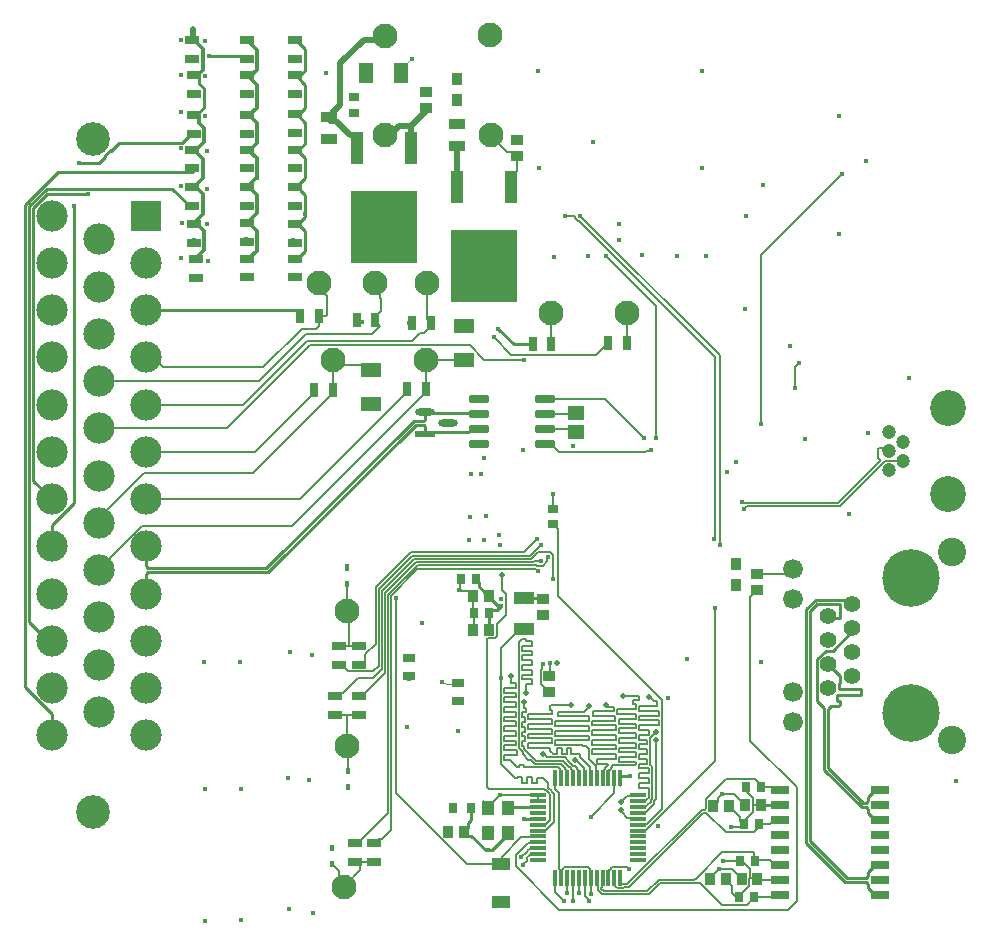
<source format=gbl>
G04*
G04 #@! TF.GenerationSoftware,Altium Limited,Altium Designer,22.11.1 (43)*
G04*
G04 Layer_Physical_Order=4*
G04 Layer_Color=16711680*
%FSLAX25Y25*%
%MOIN*%
G70*
G04*
G04 #@! TF.SameCoordinates,B9669DE6-A21E-4E6A-9EE2-FAEABAE17C55*
G04*
G04*
G04 #@! TF.FilePolarity,Positive*
G04*
G01*
G75*
%ADD14C,0.01000*%
%ADD20C,0.00600*%
%ADD24R,0.03937X0.03543*%
%ADD26R,0.04921X0.03150*%
%ADD27R,0.03150X0.04921*%
%ADD35R,0.03394X0.02894*%
%ADD43R,0.02985X0.03197*%
%ADD44R,0.03543X0.03937*%
%ADD49R,0.04134X0.03543*%
%ADD84C,0.10433*%
%ADD85C,0.11221*%
%ADD86R,0.10433X0.10433*%
%ADD94C,0.00400*%
%ADD95C,0.01968*%
%ADD97C,0.08268*%
%ADD98C,0.11957*%
%ADD99C,0.05512*%
%ADD100C,0.06614*%
%ADD101C,0.09449*%
%ADD102C,0.19193*%
%ADD103C,0.04724*%
%ADD104C,0.02000*%
%ADD105C,0.01772*%
%ADD121R,0.01575X0.01890*%
%ADD122R,0.05512X0.03740*%
G04:AMPARAMS|DCode=123|XSize=39.37mil|YSize=108.27mil|CornerRadius=1.97mil|HoleSize=0mil|Usage=FLASHONLY|Rotation=0.000|XOffset=0mil|YOffset=0mil|HoleType=Round|Shape=RoundedRectangle|*
%AMROUNDEDRECTD123*
21,1,0.03937,0.10433,0,0,0.0*
21,1,0.03543,0.10827,0,0,0.0*
1,1,0.00394,0.01772,-0.05217*
1,1,0.00394,-0.01772,-0.05217*
1,1,0.00394,-0.01772,0.05217*
1,1,0.00394,0.01772,0.05217*
%
%ADD123ROUNDEDRECTD123*%
G04:AMPARAMS|DCode=124|XSize=218.5mil|YSize=242.13mil|CornerRadius=2.19mil|HoleSize=0mil|Usage=FLASHONLY|Rotation=0.000|XOffset=0mil|YOffset=0mil|HoleType=Round|Shape=RoundedRectangle|*
%AMROUNDEDRECTD124*
21,1,0.21850,0.23776,0,0,0.0*
21,1,0.21413,0.24213,0,0,0.0*
1,1,0.00437,0.10707,-0.11888*
1,1,0.00437,-0.10707,-0.11888*
1,1,0.00437,-0.10707,0.11888*
1,1,0.00437,0.10707,0.11888*
%
%ADD124ROUNDEDRECTD124*%
%ADD125R,0.04331X0.05118*%
%ADD126R,0.02894X0.03394*%
%ADD127R,0.03740X0.03150*%
%ADD128R,0.06922X0.04551*%
%ADD129R,0.03937X0.03150*%
%ADD130R,0.04528X0.07087*%
G04:AMPARAMS|DCode=131|XSize=108.27mil|YSize=39.37mil|CornerRadius=1.97mil|HoleSize=0mil|Usage=FLASHONLY|Rotation=270.000|XOffset=0mil|YOffset=0mil|HoleType=Round|Shape=RoundedRectangle|*
%AMROUNDEDRECTD131*
21,1,0.10827,0.03543,0,0,270.0*
21,1,0.10433,0.03937,0,0,270.0*
1,1,0.00394,-0.01772,-0.05217*
1,1,0.00394,-0.01772,0.05217*
1,1,0.00394,0.01772,0.05217*
1,1,0.00394,0.01772,-0.05217*
%
%ADD131ROUNDEDRECTD131*%
G04:AMPARAMS|DCode=132|XSize=242.13mil|YSize=218.5mil|CornerRadius=2.19mil|HoleSize=0mil|Usage=FLASHONLY|Rotation=270.000|XOffset=0mil|YOffset=0mil|HoleType=Round|Shape=RoundedRectangle|*
%AMROUNDEDRECTD132*
21,1,0.24213,0.21413,0,0,270.0*
21,1,0.23776,0.21850,0,0,270.0*
1,1,0.00437,-0.10707,-0.11888*
1,1,0.00437,-0.10707,0.11888*
1,1,0.00437,0.10707,0.11888*
1,1,0.00437,0.10707,-0.11888*
%
%ADD132ROUNDEDRECTD132*%
G04:AMPARAMS|DCode=133|XSize=25.59mil|YSize=64.96mil|CornerRadius=1.92mil|HoleSize=0mil|Usage=FLASHONLY|Rotation=90.000|XOffset=0mil|YOffset=0mil|HoleType=Round|Shape=RoundedRectangle|*
%AMROUNDEDRECTD133*
21,1,0.02559,0.06112,0,0,90.0*
21,1,0.02175,0.06496,0,0,90.0*
1,1,0.00384,0.03056,0.01088*
1,1,0.00384,0.03056,-0.01088*
1,1,0.00384,-0.03056,-0.01088*
1,1,0.00384,-0.03056,0.01088*
%
%ADD133ROUNDEDRECTD133*%
%ADD134R,0.05709X0.05118*%
G04:AMPARAMS|DCode=135|XSize=65.17mil|YSize=23.72mil|CornerRadius=11.86mil|HoleSize=0mil|Usage=FLASHONLY|Rotation=0.000|XOffset=0mil|YOffset=0mil|HoleType=Round|Shape=RoundedRectangle|*
%AMROUNDEDRECTD135*
21,1,0.06517,0.00000,0,0,0.0*
21,1,0.04145,0.02372,0,0,0.0*
1,1,0.02372,0.02072,0.00000*
1,1,0.02372,-0.02072,0.00000*
1,1,0.02372,-0.02072,0.00000*
1,1,0.02372,0.02072,0.00000*
%
%ADD135ROUNDEDRECTD135*%
%ADD136R,0.06517X0.02372*%
%ADD137R,0.06496X0.02992*%
%ADD138R,0.01181X0.05807*%
%ADD139R,0.05807X0.01181*%
%ADD140R,0.06528X0.04156*%
%ADD141R,0.05906X0.03937*%
%ADD142R,0.03150X0.03543*%
%ADD143C,0.01008*%
%ADD144C,0.01181*%
D14*
X316940Y450798D02*
G03*
X318887Y452745I-3948J5895D01*
G01*
X351580Y484252D02*
X362599D01*
X364174Y482677D01*
X378315Y399606D02*
X378323Y399598D01*
X380815D01*
X381890Y398524D01*
Y397638D02*
Y398524D01*
X330709Y399606D02*
X378315D01*
X383676Y431647D02*
Y438077D01*
X382276Y429421D02*
X383541Y430686D01*
Y431487D01*
X380808Y429134D02*
X381095Y429421D01*
X383676Y431647D02*
X383688Y431634D01*
X381095Y429421D02*
X382276D01*
X383541Y431487D02*
X383688Y431634D01*
X448032Y393307D02*
X453150Y388189D01*
X459449D01*
X297649Y438189D02*
X311417D01*
X293096Y433636D02*
X297649Y438189D01*
X297555Y440075D02*
X339354D01*
X344783Y434646D01*
X291696Y434216D02*
X297555Y440075D01*
X299213Y327964D02*
X306693Y335444D01*
Y434252D01*
X299213Y320866D02*
Y327964D01*
X293096Y342731D02*
X299213Y336614D01*
X293096Y342731D02*
Y433636D01*
X290296Y273888D02*
Y434796D01*
Y273888D02*
X299213Y264972D01*
X291696Y295706D02*
X298031Y289370D01*
X290296Y434796D02*
X301276Y445776D01*
X291696Y295706D02*
Y434216D01*
X308279Y448819D02*
X314961D01*
X316940Y450798D01*
X345776Y445776D02*
X346456Y446456D01*
X301276Y445776D02*
X345776D01*
X342732Y455429D02*
X345571Y458268D01*
X321571Y455429D02*
X342732D01*
X318887Y452745D02*
X321571Y455429D01*
X345571Y458268D02*
X346457D01*
X298031Y289370D02*
X299213D01*
X344783Y434646D02*
X346457D01*
X299213Y257874D02*
Y264972D01*
X331294Y313692D02*
X370767D01*
X419897Y362822D01*
X423115D01*
X331294Y312292D02*
X371347D01*
X420477Y361422D02*
X423115D01*
X371347Y312292D02*
X420477Y361422D01*
X423701Y358264D02*
Y360836D01*
X423115Y361422D02*
X423701Y360836D01*
X423115Y362822D02*
X423701Y363408D01*
Y365745D01*
X423963Y365482D02*
X440990D01*
X441457Y365016D01*
X423701Y365745D02*
X423963Y365482D01*
X438709Y359236D02*
X439488Y360016D01*
X441457D01*
X438304Y359236D02*
X438709D01*
X427045Y359055D02*
X438123D01*
X438304Y359236D01*
X426940Y358950D02*
X427045Y359055D01*
X423701Y358264D02*
X424387Y358950D01*
X426940D01*
X330709Y305118D02*
Y311706D01*
X331294Y312292D01*
X330709Y314278D02*
Y320866D01*
Y314278D02*
X331294Y313692D01*
X381201Y416929D02*
X383676Y419404D01*
Y425872D01*
X380808Y428739D02*
X383676Y425872D01*
X380808Y428739D02*
Y429134D01*
X380315Y428346D02*
X380808Y428839D01*
Y429134D01*
Y440944D02*
Y440945D01*
Y440944D02*
X382276Y439476D01*
X382277D01*
X383676Y438077D01*
X382276Y476091D02*
Y476189D01*
X381202Y477165D02*
X381299D01*
X382276Y476189D01*
X383677Y467043D02*
Y474691D01*
X382276Y476091D02*
X383677Y474691D01*
X346273Y470866D02*
X346560Y471154D01*
X346063Y470866D02*
X346273D01*
X380808Y440945D02*
X383676Y443812D01*
Y450281D01*
X381201Y452756D02*
X383676Y450281D01*
X380315Y452756D02*
X381201D01*
X383676Y455231D01*
Y462092D01*
X381201Y464567D02*
X383676Y462092D01*
X380315Y416929D02*
X381201D01*
X380315Y464567D02*
X381201D01*
X383677Y467043D01*
X381202Y477165D02*
X383677Y479640D01*
Y486502D01*
X381202Y488976D02*
X383677Y486502D01*
X380316Y488976D02*
X381202D01*
X463075Y303823D02*
X463136D01*
X462998Y303746D02*
X463075Y303823D01*
X562075Y275218D02*
Y277683D01*
X561739Y275218D02*
X562075D01*
X561739Y273218D02*
Y275218D01*
Y273218D02*
X569013D01*
Y271218D02*
Y273218D01*
X560827Y271218D02*
X569013D01*
X560827Y269218D02*
Y271218D01*
Y269218D02*
X562075D01*
Y268718D02*
Y269218D01*
X551997Y222568D02*
Y299365D01*
X554355Y301723D02*
X561975D01*
X551997Y299365D02*
X554355Y301723D01*
X550597Y299945D02*
X553775Y303123D01*
X550597Y221989D02*
Y299945D01*
X553775Y303123D02*
X563485D01*
X436632Y225665D02*
Y225823D01*
Y225665D02*
X437904Y224394D01*
X439065D02*
X443788Y219671D01*
X437904Y224394D02*
X439065D01*
X443788Y219671D02*
X444427D01*
X444575Y219523D01*
X437904Y228768D02*
X438928Y229791D01*
X437904Y227095D02*
Y228768D01*
X436632Y225823D02*
X437904Y227095D01*
X438928Y229791D02*
Y233623D01*
X571179Y232019D02*
X573575Y229623D01*
X575327D01*
X571179Y237227D02*
X573575Y239623D01*
X575327D01*
X535532Y234623D02*
X541823D01*
X573575Y204623D02*
X575327D01*
X571179Y207019D02*
X573575Y204623D01*
Y214623D02*
X575327D01*
X571179Y212227D02*
X573575Y214623D01*
X558083Y297739D02*
X558898Y296923D01*
X561975D01*
Y301723D01*
X551997Y222568D02*
X564243Y210323D01*
X570593D01*
X571179Y210909D01*
Y212227D01*
X564854Y301754D02*
X566075D01*
X563485Y303123D02*
X564854Y301754D01*
X550597Y221989D02*
X563663Y208923D01*
X570593D01*
X571179Y208337D01*
Y207019D02*
Y208337D01*
X562075Y268414D02*
Y268718D01*
X561489Y267829D02*
X562075Y268414D01*
X559081Y267829D02*
X561489D01*
X558083Y266831D02*
X559081Y267829D01*
X558083Y247005D02*
Y266831D01*
Y247005D02*
X569765Y235323D01*
X570593D01*
X571179Y235909D01*
Y237227D01*
X566075Y292529D02*
Y293723D01*
X559597Y286051D02*
X566075Y292529D01*
X557288Y286051D02*
X559597D01*
X554427Y283190D02*
X557288Y286051D01*
X554427Y269271D02*
Y283190D01*
Y269271D02*
X556683Y267015D01*
Y246425D02*
Y267015D01*
Y246425D02*
X569185Y233923D01*
X570593D01*
X571179Y233337D01*
Y232019D02*
Y233337D01*
X444723Y219671D02*
X445798D01*
X451223Y225095D01*
X444575Y219523D02*
X444723Y219671D01*
X558083Y281676D02*
X562075Y277683D01*
X456575Y303746D02*
X462998D01*
X488792Y244423D02*
X491975D01*
X488702Y244332D02*
X488792Y244423D01*
X488702Y241495D02*
Y244332D01*
X456622Y230076D02*
X461190D01*
X456575Y230123D02*
X456622Y230076D01*
X451479Y234013D02*
X461190D01*
X451223Y233757D02*
X451479Y234013D01*
X448866Y301123D02*
X448989D01*
X445836Y299722D02*
X447465D01*
X444843Y298623D02*
Y298729D01*
X445836Y299722D01*
X444790Y304126D02*
Y304323D01*
Y304126D02*
X447793Y301123D01*
X448866D01*
X443518Y305791D02*
X444790Y304520D01*
X441503Y307610D02*
X443321Y305791D01*
X443518D01*
X440543Y309923D02*
X441503Y308963D01*
Y307610D02*
Y308963D01*
X444843Y293312D02*
Y298623D01*
X444790Y304323D02*
X445475Y305008D01*
X444843Y293312D02*
X445032Y293123D01*
X444790Y304323D02*
Y304520D01*
X447465Y299722D02*
X448866Y301123D01*
X451223Y225095D02*
Y225489D01*
D20*
X456693Y318898D02*
X461024Y323228D01*
X418898Y318898D02*
X456693D01*
X407205Y307205D02*
X418898Y318898D01*
X458661Y317717D02*
X462205Y321260D01*
X459076Y316717D02*
X461368Y319009D01*
X460713Y314717D02*
X460974Y314456D01*
X409205Y306055D02*
X419866Y316717D01*
X408205Y306630D02*
X419291Y317717D01*
X411205Y304767D02*
X421154Y314717D01*
X459490Y315717D02*
X459915Y316142D01*
X419866Y316717D02*
X459076D01*
X420740Y315717D02*
X459490D01*
X419291Y317717D02*
X458661D01*
X410205Y305181D02*
X420740Y315717D01*
X421154Y314717D02*
X460713D01*
X461100Y312598D02*
X461417D01*
X449375Y306382D02*
Y311326D01*
X421069Y313217D02*
X460481D01*
X460974Y314456D02*
X462903D01*
X412205Y304353D02*
X421069Y313217D01*
X460481D02*
X461100Y312598D01*
X449375Y311326D02*
X449382Y311333D01*
X462903Y314456D02*
X464343Y315896D01*
X459915Y316142D02*
X462205D01*
X400675Y215757D02*
X406693D01*
X424274Y398936D02*
Y408526D01*
X424409Y408661D01*
X424274Y398936D02*
X424316Y398895D01*
Y396550D02*
Y398895D01*
Y396550D02*
X425591Y395276D01*
X407087Y395571D02*
Y397342D01*
X409055Y399311D02*
Y403328D01*
X408554Y403829D02*
X409055Y403328D01*
X408554Y403829D02*
Y407194D01*
X407087Y408661D02*
X408554Y407194D01*
X407087Y397342D02*
X409055Y399311D01*
X407087Y395571D02*
X408465Y394193D01*
X406004Y391732D02*
X408465Y394193D01*
X383858Y391732D02*
X406004D01*
X368110Y375984D02*
X383858Y391732D01*
X314961Y375984D02*
X368110D01*
X388189Y397638D02*
X390664D01*
X391015Y397989D01*
Y404369D01*
X388224Y407160D02*
X391015Y404369D01*
X388224Y407160D02*
Y408697D01*
X382470Y393493D02*
X387405D01*
X388189Y394277D01*
Y397638D01*
X369740Y380764D02*
X382470Y393493D01*
X336264Y380764D02*
X369740D01*
X333170Y383858D02*
X336264Y380764D01*
X330709Y383858D02*
X333170D01*
X422074Y392055D02*
X423255D01*
X425591Y394390D01*
Y395276D01*
X419390Y389370D02*
X422074Y392055D01*
X384252Y389370D02*
X419390D01*
X362992Y368110D02*
X384252Y389370D01*
X330709Y368110D02*
X362992D01*
X385149Y387905D02*
X438507D01*
X357480Y360236D02*
X385149Y387905D01*
X314961Y360236D02*
X357480D01*
X480638Y384646D02*
X484575Y388583D01*
X452362Y384646D02*
X480638D01*
X490874Y388583D02*
Y398819D01*
X446457Y390551D02*
X452362Y384646D01*
X483858Y417717D02*
X500575Y401000D01*
Y359323D02*
Y401000D01*
X474499Y429417D02*
X474914D01*
X520275Y323409D02*
Y384056D01*
X474914Y429417D02*
X520275Y384056D01*
X521775Y321323D02*
Y384524D01*
X473511Y430404D02*
X474499Y429417D01*
X475197Y431102D02*
X521775Y384524D01*
X473511Y430404D02*
Y430751D01*
X473160Y431102D02*
X473511Y430751D01*
X470181Y431102D02*
X473160D01*
X500575Y359323D02*
X500761Y359136D01*
Y357088D02*
Y359136D01*
X468323Y352362D02*
X496990D01*
X497391Y352764D02*
X498851D01*
X496990Y352362D02*
X497391Y352764D01*
X498851D02*
X499076Y352988D01*
X413891Y238520D02*
Y303543D01*
Y238520D02*
X437449Y214961D01*
X448819D01*
X443341Y383071D02*
X456388D01*
X456498Y382960D01*
X438507Y387905D02*
X443341Y383071D01*
X367028Y352362D02*
X386614Y371949D01*
X330709Y352362D02*
X367028D01*
X386614Y371949D02*
Y372835D01*
X329921Y345276D02*
X366240D01*
X314961Y328740D02*
Y330315D01*
X329921Y345276D01*
X330709Y336614D02*
X381988D01*
X417717Y372342D01*
Y373228D01*
X366240Y345276D02*
X392913Y371949D01*
Y372835D02*
Y373622D01*
Y371949D02*
Y372835D01*
X379413Y327740D02*
X424016Y372342D01*
X314961Y313485D02*
X329215Y327740D01*
X379413D01*
X424016Y374016D02*
X424409Y373622D01*
X314961Y312992D02*
Y313485D01*
X424016Y372342D02*
Y373228D01*
X392913Y373622D02*
X392913Y373622D01*
X392913Y373622D02*
Y383071D01*
X397638Y299213D02*
Y308425D01*
X402461Y270866D02*
X410205Y278610D01*
X401575Y270866D02*
X402461D01*
X408205Y281039D02*
Y306630D01*
X407205Y288400D02*
Y307205D01*
X403735Y284930D02*
X407205Y288400D01*
X409205Y280071D02*
Y306055D01*
X406387Y279221D02*
X408205Y281039D01*
X410205Y278610D02*
Y305181D01*
X406299Y277165D02*
X409205Y280071D01*
X398042Y279221D02*
X406387D01*
X401181Y277165D02*
X406299D01*
X403735Y282771D02*
Y284930D01*
X402461Y281496D02*
X403735Y282771D01*
X412205Y226378D02*
Y304353D01*
X411205Y231981D02*
Y304767D01*
X406693Y222056D02*
X407968Y223331D01*
X409158D01*
X412205Y226378D01*
X401280Y222056D02*
X411205Y231981D01*
X401575Y281496D02*
X402461D01*
X394882D02*
X395768D01*
X398042Y279221D01*
X396157Y272141D02*
X401181Y277165D01*
X394976Y272141D02*
X396157D01*
X393701Y270866D02*
X394976Y272141D01*
X464343Y317099D02*
X464567Y317323D01*
X464343Y315896D02*
Y317099D01*
X401950Y212982D02*
Y214482D01*
X400675Y215757D02*
X401950Y214482D01*
X396457Y207489D02*
X401950Y212982D01*
X466142Y309842D02*
X466253Y309953D01*
Y318021D01*
X465265Y319009D02*
X466253Y318021D01*
X461368Y319009D02*
X465265D01*
X397638Y264567D02*
X401575D01*
X393701D02*
X397638D01*
Y254331D02*
Y264567D01*
X397835Y246102D02*
X398031Y245905D01*
X397835Y246102D02*
Y254134D01*
X397638Y254331D02*
X397835Y254134D01*
X464961Y387795D02*
X465748Y388583D01*
Y398819D01*
X445472Y457677D02*
X450792Y452357D01*
X452662D01*
X454134Y450886D01*
X454331D01*
Y446102D02*
Y450886D01*
X452323Y440650D02*
Y444095D01*
X454331Y446102D01*
X400394Y222056D02*
X401280D01*
X392618Y214970D02*
Y215127D01*
Y214970D02*
X395065Y212523D01*
Y208881D02*
Y212523D01*
Y208881D02*
X396457Y207489D01*
X424016Y374016D02*
Y383071D01*
X392913D02*
X394380Y381604D01*
X396991D01*
X403646Y381496D02*
X405512Y379630D01*
X396991Y381604D02*
X397099Y381496D01*
X403646D01*
X436614Y383071D02*
X436614Y383071D01*
X424016Y383071D02*
X436614D01*
X465669Y355016D02*
X468323Y352362D01*
X463701Y355016D02*
X465669D01*
X463701Y370016D02*
X483528D01*
X496457Y357087D01*
X466142Y338189D02*
X466173Y338158D01*
Y333344D02*
Y338158D01*
X473559Y359386D02*
Y359386D01*
X473821Y359648D01*
X472929Y360016D02*
X473559Y359386D01*
X473879Y359066D01*
Y365365D02*
X474005D01*
X473529Y365016D02*
X473879Y365365D01*
X397638Y299213D02*
X398228Y298622D01*
Y287795D02*
X401575D01*
X394882D02*
X398228D01*
Y298622D01*
X434975Y306223D02*
X435375Y306623D01*
X520089Y323223D02*
X520275Y323409D01*
X449375Y306382D02*
X450675Y305082D01*
X466667Y327970D02*
X467843Y326794D01*
Y304254D02*
X502475Y269623D01*
X467843Y304254D02*
Y326794D01*
X466175Y327970D02*
X466667D01*
X522975Y216123D02*
X528522D01*
X528622Y216223D02*
X529114Y215731D01*
X528522Y216123D02*
X528622Y216223D01*
X529114Y215731D02*
X529522D01*
X528546Y229199D02*
Y230713D01*
X517246Y232164D02*
X523856Y225554D01*
X535428Y228223D02*
X538671D01*
X523856Y225554D02*
X533251D01*
X535428Y227731D01*
Y228223D01*
X529922Y240131D02*
Y240623D01*
Y240131D02*
X532889Y237164D01*
X463701Y365016D02*
X473529D01*
X463701Y360016D02*
X472929D01*
X449367Y215509D02*
Y217478D01*
X448819Y214961D02*
X449367Y215509D01*
Y217478D02*
X455769Y223880D01*
X460899D01*
X461190Y224170D01*
X546850Y373622D02*
Y380598D01*
X530142Y335273D02*
X561404D01*
X530912Y334273D02*
X561818D01*
X529345Y335753D02*
X529662D01*
X529975Y333423D02*
X530062D01*
X530912Y334273D01*
X529662Y335753D02*
X530142Y335273D01*
X561818Y334273D02*
X576882Y349336D01*
X561404Y335273D02*
X575316Y349184D01*
X546850Y380598D02*
X548375Y382123D01*
X535575Y361887D02*
Y418098D01*
X535511Y361823D02*
X535575Y361887D01*
X490904Y237736D02*
X494347D01*
X494560Y237950D01*
X488875Y235707D02*
X490904Y237736D01*
X478775Y230823D02*
X486733Y238781D01*
X462651Y280086D02*
Y281510D01*
X462863Y281723D01*
X456375Y214523D02*
Y214840D01*
X457447Y215913D01*
Y217038D01*
X457996Y217587D01*
X458199D01*
X458877Y218265D01*
X461190D01*
X470168Y250523D02*
X471538Y249153D01*
Y249153D02*
Y249153D01*
Y249153D02*
X472908Y247783D01*
X473462D02*
X474244Y247001D01*
X472908Y247783D02*
X473462D01*
X465135Y277841D02*
Y282138D01*
X486575Y266018D02*
Y266946D01*
X479676Y266018D02*
X486575D01*
X479676Y264418D02*
Y266018D01*
Y264418D02*
X486780D01*
Y262818D02*
Y264418D01*
X479299Y262818D02*
X486780D01*
X479299Y261218D02*
Y262818D01*
Y261218D02*
X487145D01*
Y259618D02*
Y261218D01*
X479299Y259618D02*
X487145D01*
X479299Y258018D02*
Y259618D01*
Y258018D02*
X487145D01*
Y256418D02*
Y258018D01*
X479299Y256418D02*
X487145D01*
X479299Y254818D02*
Y256418D01*
Y254818D02*
X487145D01*
Y253218D02*
Y254818D01*
X479299Y253218D02*
X487145D01*
X479299Y251618D02*
Y253218D01*
Y251618D02*
X487145D01*
Y250018D02*
Y251618D01*
X481094Y250018D02*
X487145D01*
X481094Y248418D02*
Y250018D01*
Y248418D02*
X484539D01*
Y248067D02*
Y248418D01*
X484239Y247766D02*
X484539Y248067D01*
X498504Y270693D02*
X499775Y269423D01*
Y269284D02*
Y269423D01*
Y269284D02*
X500831D01*
Y267684D02*
Y269284D01*
X494844Y267684D02*
X500831D01*
X494844Y266084D02*
Y267684D01*
Y266084D02*
X501475D01*
Y264484D02*
Y266084D01*
X494844Y264484D02*
X501475D01*
X494844Y262884D02*
Y264484D01*
Y262884D02*
X501475D01*
Y261284D02*
Y262884D01*
X494844Y261284D02*
X501475D01*
X494844Y259684D02*
Y261284D01*
Y259684D02*
X498222D01*
Y258084D02*
Y259684D01*
X494844Y258084D02*
X498222D01*
X494844Y256484D02*
Y258084D01*
Y256484D02*
X497706D01*
Y254884D02*
Y256484D01*
X494844Y254884D02*
X497706D01*
X494844Y253284D02*
Y254884D01*
Y253284D02*
X497706D01*
Y251684D02*
Y253284D01*
X494844Y251684D02*
X497706D01*
X494844Y250084D02*
Y251684D01*
Y250084D02*
X497706D01*
Y248484D02*
Y250084D01*
X494844Y248484D02*
X497706D01*
X494844Y246884D02*
Y248484D01*
Y246884D02*
X498163D01*
Y245284D02*
Y246884D01*
X494844Y245284D02*
X498163D01*
X494844Y243684D02*
Y245284D01*
Y243684D02*
X498163D01*
Y242084D02*
Y243684D01*
X494844Y242084D02*
X498163D01*
X494844Y240484D02*
Y242084D01*
Y240484D02*
X498163D01*
Y238884D02*
Y240484D01*
X498110Y238884D02*
X498163D01*
X498110D02*
X498163Y238830D01*
Y237069D02*
Y238830D01*
X498078Y236984D02*
X498163Y237069D01*
X494844Y269824D02*
Y270473D01*
X492852Y269824D02*
X494844D01*
X492852Y268224D02*
Y269824D01*
Y268224D02*
X493844D01*
Y266624D02*
Y268224D01*
X487575Y266624D02*
X493844D01*
X487575Y265024D02*
Y266624D01*
Y265024D02*
X493844D01*
Y263424D02*
Y265024D01*
X488145Y263424D02*
X493844D01*
X488145Y261824D02*
Y263424D01*
Y261824D02*
X493844D01*
Y260224D02*
Y261824D01*
X488145Y260224D02*
X493844D01*
X488145Y258624D02*
Y260224D01*
Y258624D02*
X493844D01*
Y257024D02*
Y258624D01*
X488145Y257024D02*
X493844D01*
X488145Y255424D02*
Y257024D01*
Y255424D02*
X493844D01*
Y253824D02*
Y255424D01*
X488145Y253824D02*
X493844D01*
X488145Y252224D02*
Y253824D01*
Y252224D02*
X493844D01*
Y250624D02*
Y252224D01*
X488145Y250624D02*
X493844D01*
X488145Y249024D02*
Y250624D01*
Y249024D02*
X493844D01*
Y248724D02*
Y249024D01*
X457375Y272123D02*
Y274931D01*
X459174D01*
Y276531D01*
X456075D02*
X459174D01*
X456075D02*
Y278131D01*
X459180D01*
Y279731D01*
X456075D02*
X459180D01*
X456075D02*
Y281331D01*
X459180D01*
Y282931D01*
X456075D02*
X459180D01*
X456075D02*
Y284531D01*
X459180D01*
Y286131D01*
X456075D02*
X459180D01*
X456075D02*
Y287731D01*
X459180D01*
Y289331D01*
X457375D02*
X459180D01*
X457375D02*
Y289631D01*
X478207Y267428D02*
Y267758D01*
X476567Y265789D02*
X478207Y267428D01*
X467815Y265789D02*
X476567D01*
X467815Y264189D02*
Y265789D01*
Y264189D02*
X478299D01*
Y262589D02*
Y264189D01*
X466916Y262589D02*
X478299D01*
X466916Y260988D02*
Y262589D01*
Y260988D02*
X478299D01*
Y259388D02*
Y260988D01*
X466916Y259388D02*
X478299D01*
X466916Y257788D02*
Y259388D01*
Y257788D02*
X478299D01*
Y256189D02*
Y257788D01*
X466916Y256189D02*
X478299D01*
X466916Y254589D02*
Y256189D01*
Y254589D02*
X476175D01*
Y254288D02*
Y254589D01*
X456759Y267117D02*
Y269023D01*
Y267117D02*
X457299D01*
Y265517D02*
Y267117D01*
X455875Y265517D02*
X457299D01*
X455875Y263917D02*
Y265517D01*
Y263917D02*
X457075D01*
Y262317D02*
Y263917D01*
X455875Y262317D02*
X457075D01*
X455875Y260717D02*
Y262317D01*
Y260717D02*
X457075D01*
Y259117D02*
Y260717D01*
X455875Y259117D02*
X457075D01*
X455875Y257517D02*
Y259117D01*
Y257517D02*
X457075D01*
Y255917D02*
Y257517D01*
X455875Y255917D02*
X457075D01*
X455875Y254317D02*
Y255917D01*
Y254317D02*
X456759D01*
Y254016D02*
Y254317D01*
X452175Y275355D02*
Y277523D01*
Y275355D02*
X453875D01*
Y273755D02*
Y275355D01*
X450029Y273755D02*
X453875D01*
X450029Y272155D02*
Y273755D01*
Y272155D02*
X453875D01*
Y270555D02*
Y272155D01*
X450029Y270555D02*
X453875D01*
X450029Y268955D02*
Y270555D01*
Y268955D02*
X453875D01*
Y267355D02*
Y268955D01*
X450029Y267355D02*
X453875D01*
X450029Y265755D02*
Y267355D01*
Y265755D02*
X453875D01*
Y264155D02*
Y265755D01*
X450029Y264155D02*
X453875D01*
X450029Y262555D02*
Y264155D01*
Y262555D02*
X453875D01*
Y260955D02*
Y262555D01*
X450029Y260955D02*
X453875D01*
X450029Y259355D02*
Y260955D01*
Y259355D02*
X453875D01*
Y257755D02*
Y259355D01*
X450029Y257755D02*
X453875D01*
X450029Y256155D02*
Y257755D01*
Y256155D02*
X453875D01*
Y254555D02*
Y256155D01*
X450029Y254555D02*
X453875D01*
X450029Y252955D02*
Y254555D01*
Y252955D02*
X454317D01*
Y251355D02*
Y252955D01*
X450029Y251355D02*
X454317D01*
X450029Y249755D02*
Y251355D01*
Y249755D02*
X452175D01*
Y249455D02*
Y249755D01*
X456575Y247411D02*
X457775D01*
X456575D02*
Y248075D01*
X454975D02*
X456575D01*
X454975Y247411D02*
Y248075D01*
X454675Y247411D02*
X454975D01*
X453875Y243623D02*
X454375D01*
Y244086D01*
X455975D01*
Y242123D02*
Y244086D01*
Y242123D02*
X457575D01*
Y244086D01*
X459175D01*
Y242123D02*
Y244086D01*
Y242123D02*
X460775D01*
Y243623D01*
X461075D01*
X465391Y267756D02*
X465669Y268034D01*
X465391Y266485D02*
Y267756D01*
Y266485D02*
X465958D01*
Y264885D02*
Y266485D01*
X458075Y264885D02*
X465958D01*
X458075Y263285D02*
Y264885D01*
Y263285D02*
X465916D01*
Y261685D02*
Y263285D01*
X458075Y261685D02*
X465916D01*
X458075Y260085D02*
Y261685D01*
Y260085D02*
X465916D01*
Y258485D02*
Y260085D01*
X458075Y258485D02*
X465916D01*
X458075Y256885D02*
Y258485D01*
Y256885D02*
X465916D01*
Y255285D02*
Y256885D01*
X458075Y255285D02*
X465916D01*
X458075Y253685D02*
Y255285D01*
Y253685D02*
X465337D01*
Y253385D02*
Y253685D01*
X465789Y252183D02*
X466267Y251704D01*
X467622D01*
Y253589D01*
X469222D01*
Y251523D02*
Y253589D01*
Y251523D02*
X470822D01*
Y253589D01*
X472422D01*
Y251552D02*
Y253589D01*
Y251552D02*
X474022D01*
Y251704D01*
X474322D01*
X463075Y243623D02*
X464699Y241999D01*
X461075Y243623D02*
X463075D01*
X464699Y240339D02*
Y241999D01*
Y240339D02*
X465793Y239244D01*
X453675Y243623D02*
X453875D01*
X449029Y248269D02*
X453675Y243623D01*
X449029Y248269D02*
Y277023D01*
X444875Y240123D02*
X463361D01*
X464243Y239240D01*
X444275Y240723D02*
X444875Y240123D01*
X449029Y277023D02*
Y287140D01*
X466475Y228923D02*
Y238423D01*
X464383Y226817D02*
X464793Y227227D01*
X464368Y226817D02*
X464383D01*
X464793Y227227D02*
Y227241D01*
X466475Y228923D01*
X461480Y226429D02*
X463981D01*
X461190Y226139D02*
X461480Y226429D01*
X463981D02*
X464368Y226817D01*
X465793Y239104D02*
X466475Y238423D01*
X465793Y239104D02*
Y239244D01*
X464793Y238690D02*
X465375Y238109D01*
X464050Y228398D02*
X465375Y229723D01*
Y238109D01*
X461480Y228398D02*
X464050D01*
X461190Y228107D02*
X461480Y228398D01*
X464793Y238690D02*
Y238830D01*
X464383Y239240D02*
X464793Y238830D01*
X464243Y239240D02*
X464383D01*
X529117Y209923D02*
Y210120D01*
X525788Y213449D02*
X529117Y210120D01*
X521625Y213449D02*
X525788D01*
X521625Y213227D02*
Y213449D01*
X518617Y210220D02*
X521625Y213227D01*
X518617Y210023D02*
Y210220D01*
X497761Y205834D02*
X501450Y209523D01*
X501864Y208523D02*
X515387D01*
X522456Y201454D01*
X498175Y204834D02*
X501864Y208523D01*
X513387Y209523D02*
X514136Y210271D01*
X501450Y209523D02*
X513387D01*
X514136Y210271D02*
Y210271D01*
X522756Y218891D01*
X482312Y206634D02*
Y207155D01*
X480828Y210438D02*
X481118Y210147D01*
X533028Y203631D02*
Y204123D01*
X541323D02*
X541823Y204623D01*
X481118Y207349D02*
Y210147D01*
X522456Y201454D02*
X530851D01*
X533028Y203631D01*
X483112Y205834D02*
X497761D01*
X481312Y206220D02*
Y207155D01*
X481118Y207349D02*
X481312Y207155D01*
Y206220D02*
X482698Y204834D01*
X498175D01*
X482312Y206634D02*
X483112Y205834D01*
X482506Y207349D02*
Y210147D01*
X533028Y204123D02*
X541323D01*
X482312Y207155D02*
X482506Y207349D01*
Y210147D02*
X482796Y210438D01*
X487821Y206834D02*
X489582D01*
X486733Y208125D02*
Y210438D01*
Y208125D02*
X487411Y207447D01*
Y207244D02*
X487821Y206834D01*
X490071Y207323D02*
X491485D01*
X488992Y208323D02*
X491071D01*
X487411Y207244D02*
Y207447D01*
X489582Y206834D02*
X490071Y207323D01*
X534528Y216223D02*
X538471D01*
X540071Y214623D02*
X541823D01*
X538471Y216223D02*
X540071Y214623D01*
X533251Y218891D02*
X533351Y218791D01*
Y217399D02*
Y218791D01*
Y217399D02*
X534528Y216223D01*
X522756Y218891D02*
X533251D01*
X529522Y215731D02*
X531789Y213464D01*
Y210223D02*
Y213464D01*
X527122Y204123D02*
X528222Y205222D01*
X529147D01*
X531589Y207664D01*
Y210023D02*
X531789Y210223D01*
X531589Y207664D02*
Y210023D01*
X523932Y209826D02*
X525946Y207813D01*
Y205299D02*
Y207813D01*
Y205299D02*
X527122Y204123D01*
X523932Y209826D02*
Y210023D01*
X540071Y229623D02*
X541823D01*
X538671Y228223D02*
X540071Y229623D01*
X535828Y240623D02*
X540823D01*
X541823Y239623D01*
X534732Y209623D02*
X541823D01*
X534432Y209923D02*
X534732Y209623D01*
X528622Y227323D02*
X529522Y228223D01*
X525675Y227323D02*
X528622D01*
X517246Y233516D02*
Y236681D01*
X516894Y233164D02*
X517246Y233516D01*
X516326Y232164D02*
X517246D01*
X491485Y207323D02*
X516326Y232164D01*
X515912Y233164D02*
X516894D01*
X491071Y208323D02*
X515912Y233164D01*
X465075Y277780D02*
X465135Y277841D01*
X435375Y306623D02*
X435575Y306423D01*
Y306340D02*
Y306423D01*
X435375Y306623D02*
Y309691D01*
X435606Y309923D01*
X467061Y205522D02*
Y209843D01*
Y205522D02*
X469775Y202809D01*
X466757Y210147D02*
X467048Y210438D01*
X466757Y210147D02*
X467061Y209843D01*
X476933Y204316D02*
Y210396D01*
X478375Y202809D02*
Y202874D01*
X476933Y204316D02*
X478375Y202874D01*
X476891Y210438D02*
X476933Y210396D01*
X472964Y202819D02*
Y210427D01*
Y202819D02*
X472975Y202809D01*
X472954Y210438D02*
X472964Y210427D01*
X521103Y235808D02*
Y236851D01*
X519717Y234423D02*
X521103Y235808D01*
Y236851D02*
X522575Y238323D01*
X526714D01*
X530217Y234820D01*
X490856Y214041D02*
X491475Y213423D01*
X485853Y214041D02*
X490856D01*
X455710Y217251D02*
X457586Y219127D01*
Y219145D02*
X457996Y219555D01*
X458014D01*
X458402Y219942D02*
X460899D01*
X457586Y219127D02*
Y219145D01*
X460899Y219942D02*
X461190Y220233D01*
X458014Y219555D02*
X458402Y219942D01*
X453875Y214223D02*
X468275Y199823D01*
X453875Y214223D02*
Y217953D01*
X468275Y199823D02*
X544675D01*
X460939Y221951D02*
X461190Y222202D01*
X453875Y217953D02*
X457873Y221951D01*
X460939D01*
X534080Y306365D02*
X534375D01*
X532608Y304894D02*
X534080Y306365D01*
X532608Y304598D02*
Y304894D01*
X531975Y256123D02*
Y303965D01*
X532608Y304598D01*
X531975Y256123D02*
X547575Y240523D01*
Y202723D02*
Y240523D01*
X544675Y199823D02*
X547575Y202723D01*
X497753Y226817D02*
X520275Y249338D01*
Y300423D01*
X497163Y226465D02*
X497515Y226817D01*
X494560Y226139D02*
X496873D01*
X497163Y226429D01*
Y226465D01*
X497515Y226817D02*
X497753D01*
X544762Y313176D02*
X546390D01*
X543267Y311680D02*
X544762Y313176D01*
X534375Y311680D02*
X543267D01*
X461190Y235981D02*
Y237950D01*
X448526D02*
X461190D01*
X444727Y234150D02*
X448526Y237950D01*
X444727Y233757D02*
Y234150D01*
X574540Y353336D02*
X574891Y353688D01*
X574540Y350458D02*
Y353336D01*
Y350458D02*
X575316Y349682D01*
X574891Y353688D02*
X575920D01*
X577034Y352573D01*
X578150D01*
X575316Y349184D02*
Y349682D01*
X582149Y349336D02*
X582556Y349743D01*
X576882Y349336D02*
X582149D01*
X582556Y349743D02*
X582875Y349424D01*
X485442Y213429D02*
Y213631D01*
X484765Y212751D02*
X485442Y213429D01*
X484765Y210438D02*
Y212751D01*
X485442Y213631D02*
X485853Y214041D01*
X535828Y240623D02*
Y241115D01*
X517246Y236681D02*
X523856Y243291D01*
X533651D02*
X535828Y241115D01*
X523856Y243291D02*
X533651D01*
X488702Y208613D02*
X488992Y208323D01*
X488702Y208613D02*
Y210438D01*
X528546Y229199D02*
X529522Y228223D01*
X534132Y210223D02*
X534432Y209923D01*
X531789Y210223D02*
X534132D01*
X532889Y234723D02*
Y237164D01*
Y232281D02*
Y234723D01*
X535432D02*
X535532Y234623D01*
X532889Y234723D02*
X535432D01*
X525032Y234226D02*
X528546Y230713D01*
X525032Y234226D02*
Y234423D01*
X530698Y230091D02*
X532889Y232281D01*
X530698Y229399D02*
Y230091D01*
X529522Y228223D02*
X530698Y229399D01*
X530217Y234623D02*
Y234820D01*
X449029Y287140D02*
X455389Y293500D01*
X456575D01*
X454875Y253811D02*
Y289071D01*
X455775Y289971D02*
X457034D01*
X454875Y289071D02*
X455775Y289971D01*
X457034D02*
X457375Y289631D01*
X444275Y240723D02*
Y290103D01*
X462787Y251801D02*
X462918D01*
X464196Y250523D01*
X470168D01*
X469663Y249411D02*
X471663Y247411D01*
X467929D02*
X468726Y246614D01*
Y244098D02*
X469017Y243808D01*
X460689Y249411D02*
X469663D01*
X460275Y248411D02*
X468897D01*
X457775Y247411D02*
X467929D01*
X468897Y248411D02*
X470307Y247001D01*
X468726Y244098D02*
Y246614D01*
X454875Y253811D02*
X456225Y252461D01*
X458925Y249761D02*
X460275Y248411D01*
X456225Y251573D02*
Y252461D01*
X458036Y249761D02*
X458925D01*
X456225Y251573D02*
X458036Y249761D01*
X456759Y253341D02*
X460689Y249411D01*
X465391Y267756D02*
X465659Y268023D01*
X472375D01*
X475293Y250732D02*
X478766Y247260D01*
X474322Y251704D02*
X474942D01*
X475293Y250732D02*
Y251353D01*
X474942Y251704D02*
X475293Y251353D01*
X478766Y243901D02*
X478859Y243808D01*
X478766Y243901D02*
Y247260D01*
X478257Y249840D02*
Y253340D01*
Y249840D02*
X480537Y247561D01*
X454219Y247411D02*
X454675D01*
X452175Y249455D02*
X454219Y247411D01*
X456759Y253341D02*
Y254016D01*
X470307Y246799D02*
Y247001D01*
Y246799D02*
X470985Y246121D01*
Y243808D02*
Y246121D01*
X447504Y294875D02*
X450675Y298045D01*
X447094Y290454D02*
X447504Y290864D01*
Y294875D01*
X444275Y290103D02*
X444626Y290454D01*
X447094D01*
X465337Y252534D02*
Y253385D01*
Y252534D02*
X465689Y252183D01*
X465789D01*
X471866Y247411D02*
X472276Y247001D01*
X471663Y247411D02*
X471866D01*
X476600Y244098D02*
X476891Y243808D01*
X476600Y244098D02*
Y246893D01*
X473826Y249668D02*
X476600Y246893D01*
X474244Y246799D02*
Y247001D01*
X473688Y249668D02*
X473826D01*
X476175Y254288D02*
X477309D01*
X478257Y253340D01*
X478207Y267758D02*
Y267807D01*
X480537Y244098D02*
Y247561D01*
X472276Y246799D02*
Y247001D01*
X472954Y243808D02*
Y246121D01*
X472276Y246799D02*
X472954Y246121D01*
X480537Y244098D02*
X480828Y243808D01*
X483474Y246763D02*
Y247001D01*
X484239Y247766D01*
X494844Y270473D02*
Y270771D01*
X493844Y248274D02*
Y248724D01*
X489575Y271123D02*
X494492D01*
X494844Y270771D01*
X486364Y247923D02*
X493492D01*
X493844Y248274D01*
X497753Y236659D02*
X498078Y236984D01*
X498375Y270823D02*
X498504Y270693D01*
X498706Y257154D02*
X500575Y259023D01*
X498706Y248086D02*
Y257154D01*
X500591Y236668D02*
Y256374D01*
X497450Y228398D02*
X502475Y233423D01*
Y269623D01*
X494850Y228398D02*
X497450D01*
X498875Y235812D02*
Y236366D01*
X499163Y236655D02*
Y247629D01*
X497753Y232722D02*
X499875Y234843D01*
X498875Y236366D02*
X499163Y236655D01*
X499875Y235952D02*
X500591Y236668D01*
X497753Y234690D02*
X498875Y235812D01*
X498706Y248086D02*
X499163Y247629D01*
X499875Y234843D02*
Y235952D01*
X468339Y213429D02*
Y238714D01*
X467048Y240004D02*
Y243808D01*
Y240004D02*
X468339Y238714D01*
X483122Y246411D02*
X483474Y246763D01*
X484700Y267298D02*
X486223D01*
X486575Y266946D01*
X484075Y267923D02*
X484700Y267298D01*
X484765Y246121D02*
X485442Y246799D01*
X484765Y243808D02*
Y246121D01*
X482796Y243808D02*
Y246121D01*
X483087Y246411D02*
X483122D01*
X482796Y246121D02*
X483087Y246411D01*
X485442Y247001D02*
X486364Y247923D01*
X485442Y246799D02*
Y247001D01*
X474922Y243808D02*
Y246121D01*
X474244Y246799D02*
X474922Y246121D01*
X478967Y205231D02*
Y210330D01*
Y205231D02*
X479075Y205123D01*
X496873Y234013D02*
X497551Y234690D01*
X497753D01*
X474929Y205368D02*
Y210431D01*
Y205368D02*
X474936Y205362D01*
X494560Y235981D02*
X496873D01*
X497163Y236272D01*
Y236308D01*
X497515Y236659D01*
X497753D01*
X490972Y230366D02*
X494269D01*
X489143Y232195D02*
X490972Y230366D01*
X489143Y232195D02*
Y232855D01*
X488875Y233123D02*
X489143Y232855D01*
X470930Y205378D02*
Y210383D01*
X470875Y205323D02*
X470930Y205378D01*
X469017Y212751D02*
X469695Y213429D01*
X478569Y210728D02*
Y213244D01*
X470105Y214041D02*
X477771D01*
X478569Y210728D02*
X478967Y210330D01*
X477771Y214041D02*
X478569Y213244D01*
X469695Y213429D02*
Y213631D01*
X470105Y214041D01*
X468339Y213429D02*
X469017Y212751D01*
X474922Y210438D02*
X474929Y210431D01*
X494560Y234013D02*
X496873D01*
X486733Y238781D02*
Y243808D01*
X494269Y230366D02*
X494560Y230076D01*
X470930Y210383D02*
X470985Y210438D01*
X494560Y228107D02*
X494850Y228398D01*
X494560Y232044D02*
X496873D01*
X497551Y232722D01*
X497753D01*
X469017Y210438D02*
Y212751D01*
X450675Y298045D02*
Y305082D01*
X438003Y305991D02*
X439475Y304520D01*
X436523Y305991D02*
X438003D01*
X436516Y305999D02*
X436523Y305991D01*
X435916Y305999D02*
X436516D01*
X435575Y306340D02*
X435916Y305999D01*
X439906Y293312D02*
Y298623D01*
X439717Y293123D02*
X439906Y293312D01*
X439475Y299054D02*
Y304520D01*
Y299054D02*
X439906Y298623D01*
X442861Y236016D02*
X444727Y234150D01*
X462406Y279842D02*
X462651Y280086D01*
X462406Y274937D02*
Y279842D01*
Y274937D02*
X464878Y272465D01*
X465075D01*
X535575Y418098D02*
X562437Y444961D01*
D24*
X424016Y467028D02*
D03*
Y472342D02*
D03*
X454331Y456201D02*
D03*
Y450886D02*
D03*
X462992Y298130D02*
D03*
Y303445D02*
D03*
X465075Y277780D02*
D03*
Y272465D02*
D03*
D26*
X393701Y270866D02*
D03*
Y264567D02*
D03*
X401575D02*
D03*
Y270866D02*
D03*
X394882Y287795D02*
D03*
Y281496D02*
D03*
X401575Y287795D02*
D03*
Y281496D02*
D03*
X380315Y489764D02*
D03*
Y483465D02*
D03*
X347244Y416535D02*
D03*
Y410236D02*
D03*
X364173Y416831D02*
D03*
Y410532D02*
D03*
X364173Y428642D02*
D03*
Y422343D02*
D03*
Y453150D02*
D03*
Y446850D02*
D03*
Y464567D02*
D03*
Y458268D02*
D03*
Y477953D02*
D03*
Y471654D02*
D03*
X346063Y453150D02*
D03*
Y446850D02*
D03*
X346457Y464567D02*
D03*
Y458268D02*
D03*
Y477953D02*
D03*
Y471654D02*
D03*
Y428346D02*
D03*
Y422047D02*
D03*
X380315Y416831D02*
D03*
Y410532D02*
D03*
Y428346D02*
D03*
Y422047D02*
D03*
Y453150D02*
D03*
Y446850D02*
D03*
Y464862D02*
D03*
Y458563D02*
D03*
X364173Y489764D02*
D03*
Y483465D02*
D03*
X346063Y489764D02*
D03*
Y483465D02*
D03*
X380315Y477953D02*
D03*
Y471654D02*
D03*
Y440551D02*
D03*
Y434252D02*
D03*
X364173Y440551D02*
D03*
Y434252D02*
D03*
X346063Y440551D02*
D03*
Y434252D02*
D03*
X400394Y222056D02*
D03*
Y215757D02*
D03*
X406693D02*
D03*
Y222056D02*
D03*
D27*
X490874Y388583D02*
D03*
X484575D02*
D03*
X419291Y395276D02*
D03*
X425591D02*
D03*
X465748Y388189D02*
D03*
X459449D02*
D03*
X381890Y397638D02*
D03*
X388189D02*
D03*
X386614Y372835D02*
D03*
X392913D02*
D03*
X417717Y373228D02*
D03*
X424016D02*
D03*
X407087Y396457D02*
D03*
X400787D02*
D03*
D35*
X466173Y328499D02*
D03*
Y333344D02*
D03*
D43*
X435606Y309923D02*
D03*
X440543D02*
D03*
X439906Y298623D02*
D03*
X444843D02*
D03*
D44*
X527165Y314961D02*
D03*
Y307874D02*
D03*
X434252Y476772D02*
D03*
Y469685D02*
D03*
X439475Y304323D02*
D03*
X444790D02*
D03*
X530217Y234623D02*
D03*
X535532D02*
D03*
X529117Y209923D02*
D03*
X534432D02*
D03*
X439717Y293123D02*
D03*
X445032D02*
D03*
X431317Y225823D02*
D03*
X436632D02*
D03*
X525032Y234423D02*
D03*
X519717D02*
D03*
X523932Y210023D02*
D03*
X518617D02*
D03*
D49*
X534375Y311680D02*
D03*
Y306365D02*
D03*
D84*
X299213Y305118D02*
D03*
Y257874D02*
D03*
X314961Y344488D02*
D03*
Y265748D02*
D03*
X299213Y273622D02*
D03*
X314961Y360236D02*
D03*
X299213Y431102D02*
D03*
Y368110D02*
D03*
Y352362D02*
D03*
Y320866D02*
D03*
X330709Y336614D02*
D03*
Y273622D02*
D03*
Y320866D02*
D03*
Y257874D02*
D03*
Y415354D02*
D03*
Y399606D02*
D03*
Y383858D02*
D03*
Y368110D02*
D03*
Y352362D02*
D03*
Y305118D02*
D03*
Y289370D02*
D03*
X314961Y423228D02*
D03*
Y407480D02*
D03*
Y391732D02*
D03*
Y375984D02*
D03*
Y328740D02*
D03*
Y312992D02*
D03*
Y297244D02*
D03*
Y281496D02*
D03*
X299213Y415354D02*
D03*
Y399606D02*
D03*
Y383858D02*
D03*
Y336614D02*
D03*
Y289370D02*
D03*
D85*
X312992Y456693D02*
D03*
Y232283D02*
D03*
D86*
X330709Y431102D02*
D03*
D94*
X415650Y478740D02*
Y480020D01*
X419095Y483465D01*
X419291D01*
X401575Y395669D02*
X402756D01*
X400787Y396457D02*
X401575Y395669D01*
X430508Y274997D02*
X434446D01*
X434646Y275197D01*
X429711Y275794D02*
X430508Y274997D01*
X429340Y275794D02*
X429711D01*
D95*
X346063Y489764D02*
X346176Y489877D01*
Y493182D01*
X434272Y440669D02*
Y454213D01*
X390945Y463681D02*
X391831D01*
X392717Y464567D02*
Y465453D01*
X395276Y481879D02*
X403150Y489753D01*
X395276Y468012D02*
Y481879D01*
X391831Y463681D02*
X392717Y464567D01*
Y465453D02*
X395276Y468012D01*
X391831Y462795D02*
X393898D01*
X418887Y461024D02*
X419056Y460855D01*
X415090Y461024D02*
X418887D01*
X411941Y457874D02*
X415090Y461024D01*
X410236Y457874D02*
X411941D01*
X400827Y453642D02*
Y457087D01*
X399843Y458071D02*
X400827Y457087D01*
X393898Y462795D02*
X398622Y458071D01*
X399843D01*
X403150Y489753D02*
X409044D01*
X410236Y490945D01*
X419056Y461083D02*
X423819Y465846D01*
X419056Y460855D02*
Y461083D01*
X418858Y453642D02*
X419056Y453839D01*
Y460855D01*
X423819Y465846D02*
X424016D01*
X434272Y440669D02*
X434291Y440650D01*
X434252Y454232D02*
X434272Y454213D01*
D97*
X465748Y398819D02*
D03*
X397638Y299213D02*
D03*
Y254331D02*
D03*
X396457Y207489D02*
D03*
X410236Y457874D02*
D03*
X490874Y398819D02*
D03*
X424409Y408661D02*
D03*
X407087D02*
D03*
X388224Y408697D02*
D03*
X445472Y458071D02*
D03*
X392913Y383071D02*
D03*
X424016D02*
D03*
X445276Y491339D02*
D03*
X410236Y490945D02*
D03*
D98*
X598032Y366943D02*
D03*
Y338203D02*
D03*
D99*
X558083Y289707D02*
D03*
X566075Y285691D02*
D03*
Y277660D02*
D03*
X558083Y273644D02*
D03*
Y281676D02*
D03*
X566075Y293723D02*
D03*
X558083Y297739D02*
D03*
X566075Y301754D02*
D03*
D100*
X546390Y313176D02*
D03*
Y272223D02*
D03*
Y262223D02*
D03*
Y303176D02*
D03*
D101*
X599382Y318959D02*
D03*
Y256439D02*
D03*
D102*
X585760Y265199D02*
D03*
Y310199D02*
D03*
D103*
X578150Y358872D02*
D03*
X582875Y355723D02*
D03*
X578150Y352573D02*
D03*
X582875Y349424D02*
D03*
X578150Y346274D02*
D03*
D104*
X449382Y311333D02*
D03*
X488875Y235707D02*
D03*
X467605Y281888D02*
D03*
X462787Y251801D02*
D03*
X472375Y268023D02*
D03*
X456759Y269023D02*
D03*
X452175Y277523D02*
D03*
X457375Y272123D02*
D03*
X473688Y249668D02*
D03*
X500591Y256374D02*
D03*
X500575Y259023D02*
D03*
X498375Y270823D02*
D03*
X488875Y233123D02*
D03*
X478207Y267807D02*
D03*
X489575Y271123D02*
D03*
X484075Y267923D02*
D03*
D105*
X461417Y312598D02*
D03*
X448475Y321423D02*
D03*
X448425Y324803D02*
D03*
X438189Y322835D02*
D03*
X400787Y470866D02*
D03*
Y465748D02*
D03*
X530428Y399875D02*
D03*
X477953Y417717D02*
D03*
X419291Y483465D02*
D03*
X351580Y484252D02*
D03*
X443420Y323103D02*
D03*
X438583Y330709D02*
D03*
X443814Y330977D02*
D03*
X346176Y493182D02*
D03*
X346457Y458268D02*
D03*
X380315Y458563D02*
D03*
X364173Y458268D02*
D03*
X350394Y196063D02*
D03*
X517323Y417717D02*
D03*
X507480D02*
D03*
X496063Y418110D02*
D03*
X397638Y314173D02*
D03*
X391732Y456299D02*
D03*
X390551Y478740D02*
D03*
X424803Y472835D02*
D03*
X483858Y417717D02*
D03*
X500761Y357088D02*
D03*
X499076Y352988D02*
D03*
X451968Y424016D02*
D03*
X418110Y276700D02*
D03*
Y283686D02*
D03*
X417717Y260630D02*
D03*
X431317Y225823D02*
D03*
X434646Y259431D02*
D03*
X433022Y233623D02*
D03*
X434646Y269291D02*
D03*
X383688Y431634D02*
D03*
X456498Y382960D02*
D03*
X446457Y390551D02*
D03*
X436614Y395193D02*
D03*
X448032Y393307D02*
D03*
X311417Y438189D02*
D03*
X402756Y395669D02*
D03*
X351181Y416142D02*
D03*
X342126Y416929D02*
D03*
X418110Y395276D02*
D03*
X306693Y434252D02*
D03*
X308279Y448819D02*
D03*
X342126Y440945D02*
D03*
X431382Y362005D02*
D03*
X413891Y303543D02*
D03*
X398031Y240709D02*
D03*
X367717Y443701D02*
D03*
X405512Y368401D02*
D03*
X350787Y428346D02*
D03*
X342520Y428740D02*
D03*
X350787Y440158D02*
D03*
Y452756D02*
D03*
X342126Y453543D02*
D03*
Y477953D02*
D03*
Y465748D02*
D03*
X350394Y464173D02*
D03*
Y477559D02*
D03*
Y489370D02*
D03*
X342126Y489764D02*
D03*
X409842Y427264D02*
D03*
X443307Y350394D02*
D03*
X441457Y355016D02*
D03*
X385827Y284646D02*
D03*
X378740Y285827D02*
D03*
X361811Y282283D02*
D03*
X350000D02*
D03*
X350394Y240158D02*
D03*
X362205D02*
D03*
X377953Y243701D02*
D03*
X385039Y242913D02*
D03*
X392618Y220324D02*
D03*
X362205Y196457D02*
D03*
X378346Y200000D02*
D03*
X386221Y198819D02*
D03*
X434252Y453543D02*
D03*
X392719Y463979D02*
D03*
X434252Y461516D02*
D03*
X379921Y410630D02*
D03*
X346850D02*
D03*
X364173Y410630D02*
D03*
X346560Y471154D02*
D03*
X364173Y470866D02*
D03*
X380316Y470866D02*
D03*
X346457Y483465D02*
D03*
X364173Y483571D02*
D03*
X380316Y482677D02*
D03*
X379528Y422835D02*
D03*
X346456Y422834D02*
D03*
X363779Y423228D02*
D03*
X380315Y446457D02*
D03*
X346456Y446456D02*
D03*
X364173Y446457D02*
D03*
X379922Y434646D02*
D03*
X363780D02*
D03*
X346457Y434646D02*
D03*
X434252Y476772D02*
D03*
X405118Y479134D02*
D03*
X434252Y469685D02*
D03*
X454331Y456201D02*
D03*
X466531Y417416D02*
D03*
X472975Y354423D02*
D03*
X496457Y357087D02*
D03*
X474802Y364566D02*
D03*
X466142Y338189D02*
D03*
X461024Y323228D02*
D03*
X473821Y359648D02*
D03*
X434975Y306223D02*
D03*
X545122Y387823D02*
D03*
X488181Y423045D02*
D03*
X479689Y455787D02*
D03*
X475197Y431102D02*
D03*
X470181D02*
D03*
X488181Y428360D02*
D03*
X441732Y370079D02*
D03*
X429340Y275794D02*
D03*
X462205Y316142D02*
D03*
X464567Y317323D02*
D03*
X462205Y321260D02*
D03*
X466142Y309842D02*
D03*
X570677Y449382D02*
D03*
X535585Y282351D02*
D03*
X527165Y314961D02*
D03*
Y307874D02*
D03*
X600739Y242723D02*
D03*
X522975Y216123D02*
D03*
X461500Y446929D02*
D03*
X461303Y479409D02*
D03*
X515988D02*
D03*
Y447126D02*
D03*
X536417Y441437D02*
D03*
X530717Y430972D02*
D03*
X456299Y353150D02*
D03*
X438976Y344882D02*
D03*
X422441Y295276D02*
D03*
X504575Y270223D02*
D03*
X462992Y298130D02*
D03*
X448819Y202362D02*
D03*
X529345Y335753D02*
D03*
X529975Y333423D02*
D03*
X546850Y373622D02*
D03*
X535511Y361823D02*
D03*
X478775Y230823D02*
D03*
X442312Y344873D02*
D03*
X462863Y281723D02*
D03*
X465135Y282138D02*
D03*
X561475Y464223D02*
D03*
X444575Y219523D02*
D03*
X525675Y227323D02*
D03*
X520089Y323223D02*
D03*
X469775Y202809D02*
D03*
X478375D02*
D03*
X472975D02*
D03*
X571375Y358523D02*
D03*
X522575Y238323D02*
D03*
X521625Y213449D02*
D03*
X491475Y213423D02*
D03*
X455710Y217233D02*
D03*
X456375Y214523D02*
D03*
X501275Y227823D02*
D03*
X448526Y237950D02*
D03*
X463136Y303823D02*
D03*
X449029Y277023D02*
D03*
X470875Y205323D02*
D03*
X474936Y205362D02*
D03*
X479075Y205123D02*
D03*
X456548Y230002D02*
D03*
X491975Y244423D02*
D03*
X448989Y301123D02*
D03*
X448975Y303423D02*
D03*
X510875Y283223D02*
D03*
X564975Y331523D02*
D03*
X521775Y321323D02*
D03*
X524175Y345523D02*
D03*
X520275Y300423D02*
D03*
X550375Y356823D02*
D03*
X548375Y382123D02*
D03*
X527275Y349123D02*
D03*
X561575Y425123D02*
D03*
X584875Y377123D02*
D03*
X562437Y444961D02*
D03*
D121*
X397638Y313622D02*
D03*
Y308425D02*
D03*
X398031Y240709D02*
D03*
Y245905D02*
D03*
X392618Y215127D02*
D03*
Y220324D02*
D03*
D122*
X391732Y456595D02*
D03*
Y463878D02*
D03*
X434252Y454232D02*
D03*
Y461516D02*
D03*
D123*
X400827Y453642D02*
D03*
X418858D02*
D03*
D124*
X409842Y427264D02*
D03*
D125*
X444727Y225489D02*
D03*
Y233757D02*
D03*
X451223D02*
D03*
Y225489D02*
D03*
D126*
X533525Y216142D02*
D03*
X528680D02*
D03*
X534899Y228224D02*
D03*
X530054D02*
D03*
X530648Y240551D02*
D03*
X535494D02*
D03*
X533132Y203937D02*
D03*
X528286D02*
D03*
D127*
X400000Y465453D02*
D03*
Y470768D02*
D03*
D128*
X405512Y379630D02*
D03*
Y368401D02*
D03*
X436614Y394300D02*
D03*
Y383071D02*
D03*
D129*
X434646Y269291D02*
D03*
Y275197D02*
D03*
X418110Y277780D02*
D03*
Y283686D02*
D03*
D130*
X415650Y478740D02*
D03*
X404035D02*
D03*
D131*
X434291Y440650D02*
D03*
X452323D02*
D03*
D132*
X443307Y414272D02*
D03*
D133*
X463701Y370016D02*
D03*
Y355016D02*
D03*
X441457Y360016D02*
D03*
Y365016D02*
D03*
Y370016D02*
D03*
Y355016D02*
D03*
X463701Y360016D02*
D03*
Y365016D02*
D03*
D134*
X473879Y365365D02*
D03*
Y359066D02*
D03*
D135*
X431382Y362005D02*
D03*
X423701Y365745D02*
D03*
D136*
Y358264D02*
D03*
D137*
X541823Y204623D02*
D03*
X575327D02*
D03*
X541823Y209623D02*
D03*
Y214623D02*
D03*
Y219623D02*
D03*
Y224623D02*
D03*
Y229623D02*
D03*
Y234623D02*
D03*
Y239623D02*
D03*
X575327Y209623D02*
D03*
Y214623D02*
D03*
Y219623D02*
D03*
Y224623D02*
D03*
Y229623D02*
D03*
Y234623D02*
D03*
Y239623D02*
D03*
D138*
X488702Y243808D02*
D03*
X486733D02*
D03*
X484765D02*
D03*
X482796D02*
D03*
X480828D02*
D03*
X478859D02*
D03*
X476891D02*
D03*
X474922D02*
D03*
X472954D02*
D03*
X470985D02*
D03*
X469017D02*
D03*
X467048D02*
D03*
Y210438D02*
D03*
X469017D02*
D03*
X470985D02*
D03*
X472954D02*
D03*
X474922D02*
D03*
X476891D02*
D03*
X478859D02*
D03*
X480828D02*
D03*
X482796D02*
D03*
X484765D02*
D03*
X486733D02*
D03*
X488702D02*
D03*
D139*
X461190Y237950D02*
D03*
Y235981D02*
D03*
Y234013D02*
D03*
Y232044D02*
D03*
Y230076D02*
D03*
Y228107D02*
D03*
Y226139D02*
D03*
Y224170D02*
D03*
Y222202D02*
D03*
Y220233D02*
D03*
Y218265D02*
D03*
Y216296D02*
D03*
X494560D02*
D03*
Y218265D02*
D03*
Y220233D02*
D03*
Y222202D02*
D03*
Y224170D02*
D03*
Y226139D02*
D03*
Y228107D02*
D03*
Y230076D02*
D03*
Y232044D02*
D03*
Y234013D02*
D03*
Y235981D02*
D03*
Y237950D02*
D03*
D140*
X456575Y293500D02*
D03*
Y303746D02*
D03*
D141*
X448819Y214961D02*
D03*
Y202362D02*
D03*
D142*
X433022Y233623D02*
D03*
X438928D02*
D03*
D143*
X347539Y477756D02*
X348413Y476882D01*
X347342Y477953D02*
X347539Y477756D01*
X349821Y467046D02*
Y473603D01*
X347342Y464567D02*
X349821Y467046D01*
X346457Y477953D02*
X347342D01*
X348413Y475011D02*
Y476882D01*
Y475011D02*
X349821Y473603D01*
X346457Y464567D02*
X347342D01*
D144*
X347539Y477756D02*
X349603Y479820D01*
X347441Y464468D02*
X348327Y463583D01*
X346949Y429035D02*
X349603Y431690D01*
Y438192D01*
X346456Y416929D02*
X347341D01*
X346949Y440846D02*
X349603Y438192D01*
X365059Y416929D02*
X367624Y419494D01*
Y426076D01*
X364666Y429035D02*
X367624Y426076D01*
X364666Y429035D02*
Y429134D01*
X367624Y432092D01*
Y437986D01*
X364666Y440944D02*
X367624Y437986D01*
X364666Y440944D02*
Y440945D01*
X346949Y452658D02*
X349908Y455617D01*
Y460253D01*
X348327Y461834D02*
X349908Y460253D01*
X348327Y461834D02*
Y463583D01*
X349603Y443501D02*
Y450003D01*
X346949Y440846D02*
X349603Y443501D01*
X346949Y429035D02*
X349996Y425988D01*
X346949Y489272D02*
X349603Y486617D01*
Y479820D02*
Y486617D01*
X349996Y419584D02*
Y425988D01*
X347341Y416929D02*
X349996Y419584D01*
X346949Y452658D02*
X349603Y450003D01*
X364666Y440945D02*
X367624Y443903D01*
X364173Y452756D02*
X365059D01*
X367624Y450191D01*
X365059Y452756D02*
X367624Y455321D01*
Y443903D02*
Y450191D01*
Y455321D02*
Y462002D01*
X365059Y464567D02*
X367624Y462002D01*
X365059Y464567D02*
X367624Y467132D01*
X364173Y464567D02*
X365059D01*
X367624Y467132D02*
Y474698D01*
X365059Y477264D02*
X367624Y474698D01*
X364173Y477264D02*
X365059D01*
X367625Y479830D01*
Y486411D01*
X365060Y488976D02*
X367625Y486411D01*
X364173Y416929D02*
X365059D01*
X364174Y488976D02*
X365060D01*
M02*

</source>
